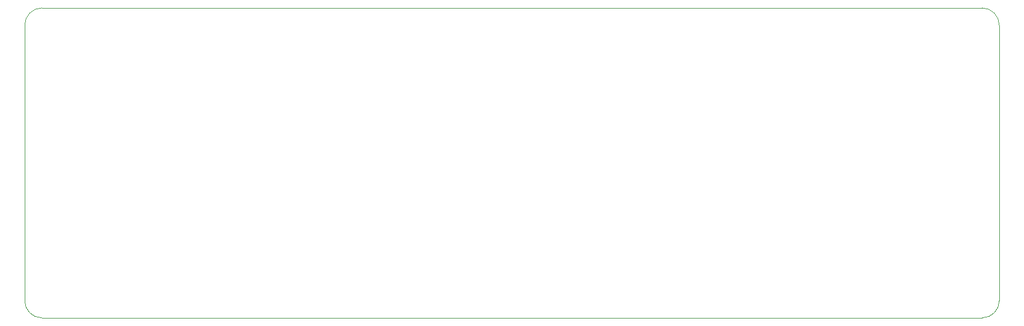
<source format=gbr>
%TF.GenerationSoftware,KiCad,Pcbnew,(6.0.10-0)*%
%TF.CreationDate,2023-01-22T14:07:56+10:30*%
%TF.ProjectId,16p,3136702e-6b69-4636-9164-5f7063625858,rev?*%
%TF.SameCoordinates,Original*%
%TF.FileFunction,Profile,NP*%
%FSLAX46Y46*%
G04 Gerber Fmt 4.6, Leading zero omitted, Abs format (unit mm)*
G04 Created by KiCad (PCBNEW (6.0.10-0)) date 2023-01-22 14:07:56*
%MOMM*%
%LPD*%
G01*
G04 APERTURE LIST*
%TA.AperFunction,Profile*%
%ADD10C,0.100000*%
%TD*%
G04 APERTURE END LIST*
D10*
X143510000Y-2540000D02*
X143510000Y-43180000D01*
X0Y-43180000D02*
X0Y-2540000D01*
X143510000Y-2540000D02*
G75*
G03*
X140970000Y0I-2540000J0D01*
G01*
X140970000Y-45720000D02*
G75*
G03*
X143510000Y-43180000I0J2540000D01*
G01*
X140970000Y-45720000D02*
X2540000Y-45720000D01*
X0Y-43180000D02*
G75*
G03*
X2540000Y-45720000I2540000J0D01*
G01*
X2540000Y0D02*
X140970000Y0D01*
X2540000Y0D02*
G75*
G03*
X0Y-2540000I0J-2540000D01*
G01*
M02*

</source>
